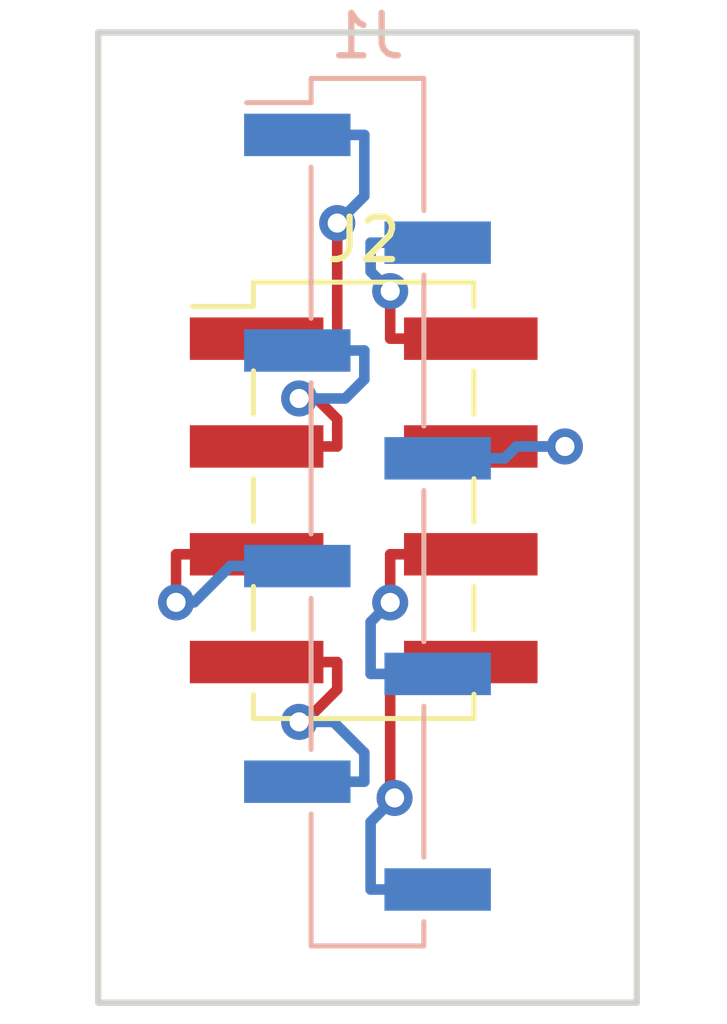
<source format=kicad_pcb>
(kicad_pcb (version 4) (host pcbnew 4.0.7-e2-6376~58~ubuntu16.04.1)

  (general
    (links 8)
    (no_connects 0)
    (area 139.848618 93.088 157.153382 117.578)
    (thickness 1.6)
    (drawings 5)
    (tracks 56)
    (zones 0)
    (modules 2)
    (nets 9)
  )

  (page A4)
  (layers
    (0 F.Cu signal)
    (31 B.Cu signal)
    (32 B.Adhes user)
    (33 F.Adhes user)
    (34 B.Paste user)
    (35 F.Paste user)
    (36 B.SilkS user)
    (37 F.SilkS user)
    (38 B.Mask user)
    (39 F.Mask user)
    (40 Dwgs.User user)
    (41 Cmts.User user)
    (42 Eco1.User user)
    (43 Eco2.User user)
    (44 Edge.Cuts user)
    (45 Margin user)
    (46 B.CrtYd user)
    (47 F.CrtYd user)
    (48 B.Fab user)
    (49 F.Fab user)
  )

  (setup
    (last_trace_width 0.25)
    (trace_clearance 0.2)
    (zone_clearance 0.508)
    (zone_45_only no)
    (trace_min 0.2)
    (segment_width 0.2)
    (edge_width 0.15)
    (via_size 0.85)
    (via_drill 0.45)
    (via_min_size 0.45)
    (via_min_drill 0.3)
    (uvia_size 0.3)
    (uvia_drill 0.1)
    (uvias_allowed no)
    (uvia_min_size 0.2)
    (uvia_min_drill 0.1)
    (pcb_text_width 0.3)
    (pcb_text_size 1.5 1.5)
    (mod_edge_width 0.15)
    (mod_text_size 1 1)
    (mod_text_width 0.15)
    (pad_size 1.524 1.524)
    (pad_drill 0.762)
    (pad_to_mask_clearance 0.2)
    (aux_axis_origin 0 0)
    (visible_elements FFFFFF7F)
    (pcbplotparams
      (layerselection 0x010f0_80000001)
      (usegerberextensions true)
      (excludeedgelayer true)
      (linewidth 0.100000)
      (plotframeref false)
      (viasonmask false)
      (mode 1)
      (useauxorigin false)
      (hpglpennumber 1)
      (hpglpenspeed 20)
      (hpglpendiameter 15)
      (hpglpenoverlay 2)
      (psnegative false)
      (psa4output false)
      (plotreference true)
      (plotvalue true)
      (plotinvisibletext false)
      (padsonsilk false)
      (subtractmaskfromsilk false)
      (outputformat 1)
      (mirror false)
      (drillshape 0)
      (scaleselection 1)
      (outputdirectory r_01x08_gerber/))
  )

  (net 0 "")
  (net 1 "Net-(J1-Pad2)")
  (net 2 "Net-(J1-Pad4)")
  (net 3 "Net-(J1-Pad6)")
  (net 4 "Net-(J1-Pad8)")
  (net 5 "Net-(J1-Pad1)")
  (net 6 "Net-(J1-Pad3)")
  (net 7 "Net-(J1-Pad5)")
  (net 8 "Net-(J1-Pad7)")

  (net_class Default "This is the default net class."
    (clearance 0.2)
    (trace_width 0.25)
    (via_dia 0.85)
    (via_drill 0.45)
    (uvia_dia 0.3)
    (uvia_drill 0.1)
    (add_net "Net-(J1-Pad1)")
    (add_net "Net-(J1-Pad2)")
    (add_net "Net-(J1-Pad3)")
    (add_net "Net-(J1-Pad4)")
    (add_net "Net-(J1-Pad5)")
    (add_net "Net-(J1-Pad6)")
    (add_net "Net-(J1-Pad7)")
    (add_net "Net-(J1-Pad8)")
  )

  (module Pin_Headers:Pin_Header_Straight_1x08_Pitch2.54mm_SMD_Pin1Right (layer B.Cu) (tedit 59650532) (tstamp 5A58D7BD)
    (at 148.59 105.283 180)
    (descr "surface-mounted straight pin header, 1x08, 2.54mm pitch, single row, style 2 (pin 1 right)")
    (tags "Surface mounted pin header SMD 1x08 2.54mm single row style2 pin1 right")
    (path /5A4C8A0E)
    (attr smd)
    (fp_text reference J1 (at 0 11.22 180) (layer B.SilkS)
      (effects (font (size 1 1) (thickness 0.15)) (justify mirror))
    )
    (fp_text value Conn_01x08 (at 0 -11.22 180) (layer B.Fab)
      (effects (font (size 1 1) (thickness 0.15)) (justify mirror))
    )
    (fp_line (start 1.27 -10.16) (end -1.27 -10.16) (layer B.Fab) (width 0.1))
    (fp_line (start -1.27 10.16) (end 0.32 10.16) (layer B.Fab) (width 0.1))
    (fp_line (start 1.27 -10.16) (end 1.27 9.21) (layer B.Fab) (width 0.1))
    (fp_line (start 1.27 9.21) (end 0.32 10.16) (layer B.Fab) (width 0.1))
    (fp_line (start -1.27 10.16) (end -1.27 -10.16) (layer B.Fab) (width 0.1))
    (fp_line (start -1.27 6.67) (end -2.54 6.67) (layer B.Fab) (width 0.1))
    (fp_line (start -2.54 6.67) (end -2.54 6.03) (layer B.Fab) (width 0.1))
    (fp_line (start -2.54 6.03) (end -1.27 6.03) (layer B.Fab) (width 0.1))
    (fp_line (start -1.27 1.59) (end -2.54 1.59) (layer B.Fab) (width 0.1))
    (fp_line (start -2.54 1.59) (end -2.54 0.95) (layer B.Fab) (width 0.1))
    (fp_line (start -2.54 0.95) (end -1.27 0.95) (layer B.Fab) (width 0.1))
    (fp_line (start -1.27 -3.49) (end -2.54 -3.49) (layer B.Fab) (width 0.1))
    (fp_line (start -2.54 -3.49) (end -2.54 -4.13) (layer B.Fab) (width 0.1))
    (fp_line (start -2.54 -4.13) (end -1.27 -4.13) (layer B.Fab) (width 0.1))
    (fp_line (start -1.27 -8.57) (end -2.54 -8.57) (layer B.Fab) (width 0.1))
    (fp_line (start -2.54 -8.57) (end -2.54 -9.21) (layer B.Fab) (width 0.1))
    (fp_line (start -2.54 -9.21) (end -1.27 -9.21) (layer B.Fab) (width 0.1))
    (fp_line (start 1.27 9.21) (end 2.54 9.21) (layer B.Fab) (width 0.1))
    (fp_line (start 2.54 9.21) (end 2.54 8.57) (layer B.Fab) (width 0.1))
    (fp_line (start 2.54 8.57) (end 1.27 8.57) (layer B.Fab) (width 0.1))
    (fp_line (start 1.27 4.13) (end 2.54 4.13) (layer B.Fab) (width 0.1))
    (fp_line (start 2.54 4.13) (end 2.54 3.49) (layer B.Fab) (width 0.1))
    (fp_line (start 2.54 3.49) (end 1.27 3.49) (layer B.Fab) (width 0.1))
    (fp_line (start 1.27 -0.95) (end 2.54 -0.95) (layer B.Fab) (width 0.1))
    (fp_line (start 2.54 -0.95) (end 2.54 -1.59) (layer B.Fab) (width 0.1))
    (fp_line (start 2.54 -1.59) (end 1.27 -1.59) (layer B.Fab) (width 0.1))
    (fp_line (start 1.27 -6.03) (end 2.54 -6.03) (layer B.Fab) (width 0.1))
    (fp_line (start 2.54 -6.03) (end 2.54 -6.67) (layer B.Fab) (width 0.1))
    (fp_line (start 2.54 -6.67) (end 1.27 -6.67) (layer B.Fab) (width 0.1))
    (fp_line (start -1.33 10.22) (end 1.33 10.22) (layer B.SilkS) (width 0.12))
    (fp_line (start -1.33 -10.22) (end 1.33 -10.22) (layer B.SilkS) (width 0.12))
    (fp_line (start 1.33 8.13) (end 1.33 4.57) (layer B.SilkS) (width 0.12))
    (fp_line (start 1.33 3.05) (end 1.33 -0.51) (layer B.SilkS) (width 0.12))
    (fp_line (start 1.33 -2.03) (end 1.33 -5.59) (layer B.SilkS) (width 0.12))
    (fp_line (start 1.33 -7.11) (end 1.33 -10.22) (layer B.SilkS) (width 0.12))
    (fp_line (start -1.33 10.22) (end -1.33 7.11) (layer B.SilkS) (width 0.12))
    (fp_line (start 1.33 9.65) (end 2.85 9.65) (layer B.SilkS) (width 0.12))
    (fp_line (start 1.33 10.22) (end 1.33 9.65) (layer B.SilkS) (width 0.12))
    (fp_line (start -1.33 -9.65) (end -1.33 -10.22) (layer B.SilkS) (width 0.12))
    (fp_line (start -1.33 5.59) (end -1.33 2.03) (layer B.SilkS) (width 0.12))
    (fp_line (start -1.33 0.51) (end -1.33 -3.05) (layer B.SilkS) (width 0.12))
    (fp_line (start -1.33 -4.57) (end -1.33 -8.13) (layer B.SilkS) (width 0.12))
    (fp_line (start -3.45 10.7) (end -3.45 -10.7) (layer B.CrtYd) (width 0.05))
    (fp_line (start -3.45 -10.7) (end 3.45 -10.7) (layer B.CrtYd) (width 0.05))
    (fp_line (start 3.45 -10.7) (end 3.45 10.7) (layer B.CrtYd) (width 0.05))
    (fp_line (start 3.45 10.7) (end -3.45 10.7) (layer B.CrtYd) (width 0.05))
    (fp_text user %R (at 0 0 450) (layer B.Fab)
      (effects (font (size 1 1) (thickness 0.15)) (justify mirror))
    )
    (pad 2 smd rect (at -1.655 6.35 180) (size 2.51 1) (layers B.Cu B.Paste B.Mask)
      (net 1 "Net-(J1-Pad2)"))
    (pad 4 smd rect (at -1.655 1.27 180) (size 2.51 1) (layers B.Cu B.Paste B.Mask)
      (net 2 "Net-(J1-Pad4)"))
    (pad 6 smd rect (at -1.655 -3.81 180) (size 2.51 1) (layers B.Cu B.Paste B.Mask)
      (net 3 "Net-(J1-Pad6)"))
    (pad 8 smd rect (at -1.655 -8.89 180) (size 2.51 1) (layers B.Cu B.Paste B.Mask)
      (net 4 "Net-(J1-Pad8)"))
    (pad 1 smd rect (at 1.655 8.89 180) (size 2.51 1) (layers B.Cu B.Paste B.Mask)
      (net 5 "Net-(J1-Pad1)"))
    (pad 3 smd rect (at 1.655 3.81 180) (size 2.51 1) (layers B.Cu B.Paste B.Mask)
      (net 6 "Net-(J1-Pad3)"))
    (pad 5 smd rect (at 1.655 -1.27 180) (size 2.51 1) (layers B.Cu B.Paste B.Mask)
      (net 7 "Net-(J1-Pad5)"))
    (pad 7 smd rect (at 1.655 -6.35 180) (size 2.51 1) (layers B.Cu B.Paste B.Mask)
      (net 8 "Net-(J1-Pad7)"))
    (model ${KISYS3DMOD}/Pin_Headers.3dshapes/Pin_Header_Straight_1x08_Pitch2.54mm_SMD_Pin1Right.wrl
      (at (xyz 0 0 0))
      (scale (xyz 1 1 1))
      (rotate (xyz 0 0 0))
    )
  )

  (module Pin_Headers:Pin_Header_Straight_2x04_Pitch2.54mm_SMD (layer F.Cu) (tedit 59650532) (tstamp 5A58D7F8)
    (at 148.501 105.004)
    (descr "surface-mounted straight pin header, 2x04, 2.54mm pitch, double rows")
    (tags "Surface mounted pin header SMD 2x04 2.54mm double row")
    (path /5A4C8AA7)
    (attr smd)
    (fp_text reference J2 (at 0 -6.14) (layer F.SilkS)
      (effects (font (size 1 1) (thickness 0.15)))
    )
    (fp_text value Conn_02x04_Odd_Even (at 0 6.14) (layer F.Fab)
      (effects (font (size 1 1) (thickness 0.15)))
    )
    (fp_line (start 2.54 5.08) (end -2.54 5.08) (layer F.Fab) (width 0.1))
    (fp_line (start -1.59 -5.08) (end 2.54 -5.08) (layer F.Fab) (width 0.1))
    (fp_line (start -2.54 5.08) (end -2.54 -4.13) (layer F.Fab) (width 0.1))
    (fp_line (start -2.54 -4.13) (end -1.59 -5.08) (layer F.Fab) (width 0.1))
    (fp_line (start 2.54 -5.08) (end 2.54 5.08) (layer F.Fab) (width 0.1))
    (fp_line (start -2.54 -4.13) (end -3.6 -4.13) (layer F.Fab) (width 0.1))
    (fp_line (start -3.6 -4.13) (end -3.6 -3.49) (layer F.Fab) (width 0.1))
    (fp_line (start -3.6 -3.49) (end -2.54 -3.49) (layer F.Fab) (width 0.1))
    (fp_line (start 2.54 -4.13) (end 3.6 -4.13) (layer F.Fab) (width 0.1))
    (fp_line (start 3.6 -4.13) (end 3.6 -3.49) (layer F.Fab) (width 0.1))
    (fp_line (start 3.6 -3.49) (end 2.54 -3.49) (layer F.Fab) (width 0.1))
    (fp_line (start -2.54 -1.59) (end -3.6 -1.59) (layer F.Fab) (width 0.1))
    (fp_line (start -3.6 -1.59) (end -3.6 -0.95) (layer F.Fab) (width 0.1))
    (fp_line (start -3.6 -0.95) (end -2.54 -0.95) (layer F.Fab) (width 0.1))
    (fp_line (start 2.54 -1.59) (end 3.6 -1.59) (layer F.Fab) (width 0.1))
    (fp_line (start 3.6 -1.59) (end 3.6 -0.95) (layer F.Fab) (width 0.1))
    (fp_line (start 3.6 -0.95) (end 2.54 -0.95) (layer F.Fab) (width 0.1))
    (fp_line (start -2.54 0.95) (end -3.6 0.95) (layer F.Fab) (width 0.1))
    (fp_line (start -3.6 0.95) (end -3.6 1.59) (layer F.Fab) (width 0.1))
    (fp_line (start -3.6 1.59) (end -2.54 1.59) (layer F.Fab) (width 0.1))
    (fp_line (start 2.54 0.95) (end 3.6 0.95) (layer F.Fab) (width 0.1))
    (fp_line (start 3.6 0.95) (end 3.6 1.59) (layer F.Fab) (width 0.1))
    (fp_line (start 3.6 1.59) (end 2.54 1.59) (layer F.Fab) (width 0.1))
    (fp_line (start -2.54 3.49) (end -3.6 3.49) (layer F.Fab) (width 0.1))
    (fp_line (start -3.6 3.49) (end -3.6 4.13) (layer F.Fab) (width 0.1))
    (fp_line (start -3.6 4.13) (end -2.54 4.13) (layer F.Fab) (width 0.1))
    (fp_line (start 2.54 3.49) (end 3.6 3.49) (layer F.Fab) (width 0.1))
    (fp_line (start 3.6 3.49) (end 3.6 4.13) (layer F.Fab) (width 0.1))
    (fp_line (start 3.6 4.13) (end 2.54 4.13) (layer F.Fab) (width 0.1))
    (fp_line (start -2.6 -5.14) (end 2.6 -5.14) (layer F.SilkS) (width 0.12))
    (fp_line (start -2.6 5.14) (end 2.6 5.14) (layer F.SilkS) (width 0.12))
    (fp_line (start -4.04 -4.57) (end -2.6 -4.57) (layer F.SilkS) (width 0.12))
    (fp_line (start -2.6 -5.14) (end -2.6 -4.57) (layer F.SilkS) (width 0.12))
    (fp_line (start 2.6 -5.14) (end 2.6 -4.57) (layer F.SilkS) (width 0.12))
    (fp_line (start -2.6 4.57) (end -2.6 5.14) (layer F.SilkS) (width 0.12))
    (fp_line (start 2.6 4.57) (end 2.6 5.14) (layer F.SilkS) (width 0.12))
    (fp_line (start -2.6 -3.05) (end -2.6 -2.03) (layer F.SilkS) (width 0.12))
    (fp_line (start 2.6 -3.05) (end 2.6 -2.03) (layer F.SilkS) (width 0.12))
    (fp_line (start -2.6 -0.51) (end -2.6 0.51) (layer F.SilkS) (width 0.12))
    (fp_line (start 2.6 -0.51) (end 2.6 0.51) (layer F.SilkS) (width 0.12))
    (fp_line (start -2.6 2.03) (end -2.6 3.05) (layer F.SilkS) (width 0.12))
    (fp_line (start 2.6 2.03) (end 2.6 3.05) (layer F.SilkS) (width 0.12))
    (fp_line (start -5.9 -5.6) (end -5.9 5.6) (layer F.CrtYd) (width 0.05))
    (fp_line (start -5.9 5.6) (end 5.9 5.6) (layer F.CrtYd) (width 0.05))
    (fp_line (start 5.9 5.6) (end 5.9 -5.6) (layer F.CrtYd) (width 0.05))
    (fp_line (start 5.9 -5.6) (end -5.9 -5.6) (layer F.CrtYd) (width 0.05))
    (fp_text user %R (at 0 0 90) (layer F.Fab)
      (effects (font (size 1 1) (thickness 0.15)))
    )
    (pad 1 smd rect (at -2.525 -3.81) (size 3.15 1) (layers F.Cu F.Paste F.Mask)
      (net 5 "Net-(J1-Pad1)"))
    (pad 2 smd rect (at 2.525 -3.81) (size 3.15 1) (layers F.Cu F.Paste F.Mask)
      (net 1 "Net-(J1-Pad2)"))
    (pad 3 smd rect (at -2.525 -1.27) (size 3.15 1) (layers F.Cu F.Paste F.Mask)
      (net 6 "Net-(J1-Pad3)"))
    (pad 4 smd rect (at 2.525 -1.27) (size 3.15 1) (layers F.Cu F.Paste F.Mask)
      (net 2 "Net-(J1-Pad4)"))
    (pad 5 smd rect (at -2.525 1.27) (size 3.15 1) (layers F.Cu F.Paste F.Mask)
      (net 7 "Net-(J1-Pad5)"))
    (pad 6 smd rect (at 2.525 1.27) (size 3.15 1) (layers F.Cu F.Paste F.Mask)
      (net 3 "Net-(J1-Pad6)"))
    (pad 7 smd rect (at -2.525 3.81) (size 3.15 1) (layers F.Cu F.Paste F.Mask)
      (net 8 "Net-(J1-Pad7)"))
    (pad 8 smd rect (at 2.525 3.81) (size 3.15 1) (layers F.Cu F.Paste F.Mask)
      (net 4 "Net-(J1-Pad8)"))
    (model ${KISYS3DMOD}/Pin_Headers.3dshapes/Pin_Header_Straight_2x04_Pitch2.54mm_SMD.wrl
      (at (xyz 0 0 0))
      (scale (xyz 1 1 1))
      (rotate (xyz 0 0 0))
    )
  )

  (gr_line (start 154.94 93.98) (end 154.94 99.06) (layer Edge.Cuts) (width 0.15))
  (gr_line (start 142.24 93.98) (end 154.94 93.98) (layer Edge.Cuts) (width 0.15))
  (gr_line (start 142.24 116.84) (end 142.24 93.98) (layer Edge.Cuts) (width 0.15))
  (gr_line (start 154.94 116.84) (end 142.24 116.84) (layer Edge.Cuts) (width 0.15))
  (gr_line (start 154.94 99.06) (end 154.94 116.84) (layer Edge.Cuts) (width 0.15))

  (via (at 149.1257 100.0741) (size 0.85) (layers F.Cu B.Cu) (net 1))
  (segment (start 151.026 101.194) (end 149.1257 101.194) (width 0.25) (layer F.Cu) (net 1))
  (segment (start 150.245 98.933) (end 148.6647 98.933) (width 0.25) (layer B.Cu) (net 1))
  (segment (start 148.6647 99.6131) (end 149.1257 100.0741) (width 0.25) (layer B.Cu) (net 1))
  (segment (start 148.6647 98.933) (end 148.6647 99.6131) (width 0.25) (layer B.Cu) (net 1))
  (segment (start 149.1257 101.194) (end 149.1257 100.0741) (width 0.25) (layer F.Cu) (net 1))
  (via (at 153.2469 103.734) (size 0.85) (layers F.Cu B.Cu) (net 2))
  (segment (start 152.1043 103.734) (end 153.2469 103.734) (width 0.25) (layer B.Cu) (net 2))
  (segment (start 151.8253 104.013) (end 152.1043 103.734) (width 0.25) (layer B.Cu) (net 2))
  (segment (start 151.026 103.734) (end 153.2469 103.734) (width 0.25) (layer F.Cu) (net 2))
  (segment (start 150.245 104.013) (end 151.8253 104.013) (width 0.25) (layer B.Cu) (net 2))
  (via (at 149.1257 107.4094) (size 0.85) (layers F.Cu B.Cu) (net 3))
  (segment (start 151.026 106.274) (end 149.1257 106.274) (width 0.25) (layer F.Cu) (net 3))
  (segment (start 150.245 109.093) (end 148.6647 109.093) (width 0.25) (layer B.Cu) (net 3))
  (segment (start 148.6647 107.8704) (end 149.1257 107.4094) (width 0.25) (layer B.Cu) (net 3))
  (segment (start 148.6647 109.093) (end 148.6647 107.8704) (width 0.25) (layer B.Cu) (net 3))
  (segment (start 149.1257 106.274) (end 149.1257 107.4094) (width 0.25) (layer F.Cu) (net 3))
  (via (at 149.229 112.0151) (size 0.85) (layers F.Cu B.Cu) (net 4))
  (segment (start 150.245 114.173) (end 148.6647 114.173) (width 0.25) (layer B.Cu) (net 4))
  (segment (start 151.026 108.814) (end 149.1257 108.814) (width 0.25) (layer F.Cu) (net 4))
  (segment (start 148.6647 112.5794) (end 149.229 112.0151) (width 0.25) (layer B.Cu) (net 4))
  (segment (start 148.6647 114.173) (end 148.6647 112.5794) (width 0.25) (layer B.Cu) (net 4))
  (segment (start 149.1257 111.9118) (end 149.229 112.0151) (width 0.25) (layer F.Cu) (net 4))
  (segment (start 149.1257 108.814) (end 149.1257 111.9118) (width 0.25) (layer F.Cu) (net 4))
  (via (at 147.8763 98.471) (size 0.85) (layers F.Cu B.Cu) (net 5))
  (segment (start 146.935 96.393) (end 148.5153 96.393) (width 0.25) (layer B.Cu) (net 5))
  (segment (start 145.976 101.194) (end 147.8763 101.194) (width 0.25) (layer F.Cu) (net 5))
  (segment (start 148.5153 97.832) (end 147.8763 98.471) (width 0.25) (layer B.Cu) (net 5))
  (segment (start 148.5153 96.393) (end 148.5153 97.832) (width 0.25) (layer B.Cu) (net 5))
  (segment (start 147.8763 101.194) (end 147.8763 98.471) (width 0.25) (layer F.Cu) (net 5))
  (via (at 146.9775 102.6035) (size 0.85) (layers F.Cu B.Cu) (net 6))
  (segment (start 146.9775 102.6036) (end 146.9775 102.6035) (width 0.25) (layer F.Cu) (net 6))
  (segment (start 147.3906 102.6036) (end 146.9775 102.6036) (width 0.25) (layer F.Cu) (net 6))
  (segment (start 147.8763 103.0893) (end 147.3906 102.6036) (width 0.25) (layer F.Cu) (net 6))
  (segment (start 147.8763 103.734) (end 147.8763 103.0893) (width 0.25) (layer F.Cu) (net 6))
  (segment (start 148.5153 102.1531) (end 148.5153 101.473) (width 0.25) (layer B.Cu) (net 6))
  (segment (start 148.0649 102.6035) (end 148.5153 102.1531) (width 0.25) (layer B.Cu) (net 6))
  (segment (start 146.9775 102.6035) (end 148.0649 102.6035) (width 0.25) (layer B.Cu) (net 6))
  (segment (start 145.976 103.734) (end 147.8763 103.734) (width 0.25) (layer F.Cu) (net 6))
  (segment (start 146.935 101.473) (end 148.5153 101.473) (width 0.25) (layer B.Cu) (net 6))
  (via (at 144.0757 107.407) (size 0.85) (layers F.Cu B.Cu) (net 7))
  (segment (start 145.976 106.274) (end 144.0757 106.274) (width 0.25) (layer F.Cu) (net 7))
  (segment (start 146.935 106.553) (end 145.3547 106.553) (width 0.25) (layer B.Cu) (net 7))
  (segment (start 144.5007 107.407) (end 144.0757 107.407) (width 0.25) (layer B.Cu) (net 7))
  (segment (start 145.3547 106.553) (end 144.5007 107.407) (width 0.25) (layer B.Cu) (net 7))
  (segment (start 144.0757 106.274) (end 144.0757 107.407) (width 0.25) (layer F.Cu) (net 7))
  (via (at 146.9775 110.2235) (size 0.85) (layers F.Cu B.Cu) (net 8))
  (segment (start 146.9775 110.2234) (end 146.9775 110.2235) (width 0.25) (layer F.Cu) (net 8))
  (segment (start 147.1116 110.2234) (end 146.9775 110.2234) (width 0.25) (layer F.Cu) (net 8))
  (segment (start 147.8763 109.4587) (end 147.1116 110.2234) (width 0.25) (layer F.Cu) (net 8))
  (segment (start 147.8763 108.814) (end 147.8763 109.4587) (width 0.25) (layer F.Cu) (net 8))
  (segment (start 148.5153 110.9494) (end 148.5153 111.633) (width 0.25) (layer B.Cu) (net 8))
  (segment (start 147.7894 110.2235) (end 148.5153 110.9494) (width 0.25) (layer B.Cu) (net 8))
  (segment (start 146.9775 110.2235) (end 147.7894 110.2235) (width 0.25) (layer B.Cu) (net 8))
  (segment (start 145.976 108.814) (end 147.8763 108.814) (width 0.25) (layer F.Cu) (net 8))
  (segment (start 146.935 111.633) (end 148.5153 111.633) (width 0.25) (layer B.Cu) (net 8))

)

</source>
